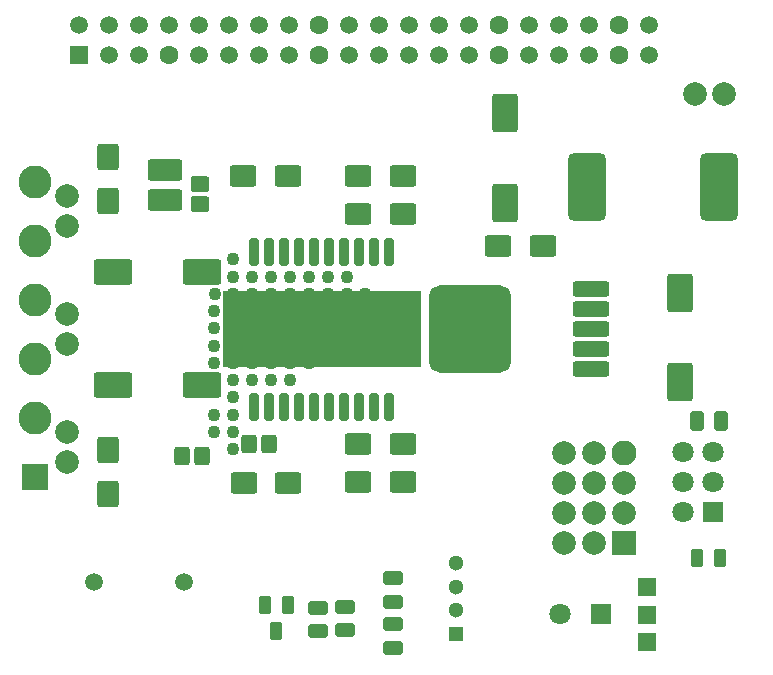
<source format=gts>
G04 Layer_Color=8388736*
%FSLAX43Y43*%
%MOMM*%
G71*
G01*
G75*
G04:AMPARAMS|DCode=57|XSize=1.1mm|YSize=1.5mm|CornerRadius=0.175mm|HoleSize=0mm|Usage=FLASHONLY|Rotation=0.000|XOffset=0mm|YOffset=0mm|HoleType=Round|Shape=RoundedRectangle|*
%AMROUNDEDRECTD57*
21,1,1.100,1.150,0,0,0.0*
21,1,0.750,1.500,0,0,0.0*
1,1,0.350,0.375,-0.575*
1,1,0.350,-0.375,-0.575*
1,1,0.350,-0.375,0.575*
1,1,0.350,0.375,0.575*
%
%ADD57ROUNDEDRECTD57*%
G04:AMPARAMS|DCode=58|XSize=1.6mm|YSize=1.6mm|CornerRadius=0.237mm|HoleSize=0mm|Usage=FLASHONLY|Rotation=180.000|XOffset=0mm|YOffset=0mm|HoleType=Round|Shape=RoundedRectangle|*
%AMROUNDEDRECTD58*
21,1,1.600,1.125,0,0,180.0*
21,1,1.125,1.600,0,0,180.0*
1,1,0.475,-0.563,0.563*
1,1,0.475,0.563,0.563*
1,1,0.475,0.563,-0.563*
1,1,0.475,-0.563,-0.563*
%
%ADD58ROUNDEDRECTD58*%
G04:AMPARAMS|DCode=59|XSize=1.63mm|YSize=1.12mm|CornerRadius=0.177mm|HoleSize=0mm|Usage=FLASHONLY|Rotation=270.000|XOffset=0mm|YOffset=0mm|HoleType=Round|Shape=RoundedRectangle|*
%AMROUNDEDRECTD59*
21,1,1.630,0.765,0,0,270.0*
21,1,1.275,1.120,0,0,270.0*
1,1,0.355,-0.383,-0.637*
1,1,0.355,-0.383,0.637*
1,1,0.355,0.383,0.637*
1,1,0.355,0.383,-0.637*
%
%ADD59ROUNDEDRECTD59*%
G04:AMPARAMS|DCode=60|XSize=1.63mm|YSize=1.12mm|CornerRadius=0.177mm|HoleSize=0mm|Usage=FLASHONLY|Rotation=180.000|XOffset=0mm|YOffset=0mm|HoleType=Round|Shape=RoundedRectangle|*
%AMROUNDEDRECTD60*
21,1,1.630,0.765,0,0,180.0*
21,1,1.275,1.120,0,0,180.0*
1,1,0.355,-0.637,0.383*
1,1,0.355,0.637,0.383*
1,1,0.355,0.637,-0.383*
1,1,0.355,-0.637,-0.383*
%
%ADD60ROUNDEDRECTD60*%
G04:AMPARAMS|DCode=61|XSize=1.86mm|YSize=2.92mm|CornerRadius=0.27mm|HoleSize=0mm|Usage=FLASHONLY|Rotation=270.000|XOffset=0mm|YOffset=0mm|HoleType=Round|Shape=RoundedRectangle|*
%AMROUNDEDRECTD61*
21,1,1.860,2.380,0,0,270.0*
21,1,1.320,2.920,0,0,270.0*
1,1,0.540,-1.190,-0.660*
1,1,0.540,-1.190,0.660*
1,1,0.540,1.190,0.660*
1,1,0.540,1.190,-0.660*
%
%ADD61ROUNDEDRECTD61*%
G04:AMPARAMS|DCode=62|XSize=2.22mm|YSize=3.3mm|CornerRadius=0.315mm|HoleSize=0mm|Usage=FLASHONLY|Rotation=180.000|XOffset=0mm|YOffset=0mm|HoleType=Round|Shape=RoundedRectangle|*
%AMROUNDEDRECTD62*
21,1,2.220,2.670,0,0,180.0*
21,1,1.590,3.300,0,0,180.0*
1,1,0.630,-0.795,1.335*
1,1,0.630,0.795,1.335*
1,1,0.630,0.795,-1.335*
1,1,0.630,-0.795,-1.335*
%
%ADD62ROUNDEDRECTD62*%
G04:AMPARAMS|DCode=63|XSize=1.31mm|YSize=1.56mm|CornerRadius=0.201mm|HoleSize=0mm|Usage=FLASHONLY|Rotation=0.000|XOffset=0mm|YOffset=0mm|HoleType=Round|Shape=RoundedRectangle|*
%AMROUNDEDRECTD63*
21,1,1.310,1.157,0,0,0.0*
21,1,0.907,1.560,0,0,0.0*
1,1,0.403,0.454,-0.579*
1,1,0.403,-0.454,-0.579*
1,1,0.403,-0.454,0.579*
1,1,0.403,0.454,0.579*
%
%ADD63ROUNDEDRECTD63*%
G04:AMPARAMS|DCode=64|XSize=1.84mm|YSize=2.27mm|CornerRadius=0.268mm|HoleSize=0mm|Usage=FLASHONLY|Rotation=270.000|XOffset=0mm|YOffset=0mm|HoleType=Round|Shape=RoundedRectangle|*
%AMROUNDEDRECTD64*
21,1,1.840,1.735,0,0,270.0*
21,1,1.305,2.270,0,0,270.0*
1,1,0.535,-0.868,-0.652*
1,1,0.535,-0.868,0.652*
1,1,0.535,0.868,0.652*
1,1,0.535,0.868,-0.652*
%
%ADD64ROUNDEDRECTD64*%
G04:AMPARAMS|DCode=65|XSize=2.22mm|YSize=3.3mm|CornerRadius=0.315mm|HoleSize=0mm|Usage=FLASHONLY|Rotation=90.000|XOffset=0mm|YOffset=0mm|HoleType=Round|Shape=RoundedRectangle|*
%AMROUNDEDRECTD65*
21,1,2.220,2.670,0,0,90.0*
21,1,1.590,3.300,0,0,90.0*
1,1,0.630,1.335,0.795*
1,1,0.630,1.335,-0.795*
1,1,0.630,-1.335,-0.795*
1,1,0.630,-1.335,0.795*
%
%ADD65ROUNDEDRECTD65*%
G04:AMPARAMS|DCode=66|XSize=1.31mm|YSize=1.56mm|CornerRadius=0.201mm|HoleSize=0mm|Usage=FLASHONLY|Rotation=270.000|XOffset=0mm|YOffset=0mm|HoleType=Round|Shape=RoundedRectangle|*
%AMROUNDEDRECTD66*
21,1,1.310,1.157,0,0,270.0*
21,1,0.907,1.560,0,0,270.0*
1,1,0.403,-0.579,-0.454*
1,1,0.403,-0.579,0.454*
1,1,0.403,0.579,0.454*
1,1,0.403,0.579,-0.454*
%
%ADD66ROUNDEDRECTD66*%
G04:AMPARAMS|DCode=67|XSize=1.01mm|YSize=1.56mm|CornerRadius=0.164mm|HoleSize=0mm|Usage=FLASHONLY|Rotation=180.000|XOffset=0mm|YOffset=0mm|HoleType=Round|Shape=RoundedRectangle|*
%AMROUNDEDRECTD67*
21,1,1.010,1.232,0,0,180.0*
21,1,0.683,1.560,0,0,180.0*
1,1,0.328,-0.341,0.616*
1,1,0.328,0.341,0.616*
1,1,0.328,0.341,-0.616*
1,1,0.328,-0.341,-0.616*
%
%ADD67ROUNDEDRECTD67*%
G04:AMPARAMS|DCode=68|XSize=1.29mm|YSize=3.06mm|CornerRadius=0.199mm|HoleSize=0mm|Usage=FLASHONLY|Rotation=90.000|XOffset=0mm|YOffset=0mm|HoleType=Round|Shape=RoundedRectangle|*
%AMROUNDEDRECTD68*
21,1,1.290,2.663,0,0,90.0*
21,1,0.892,3.060,0,0,90.0*
1,1,0.398,1.331,0.446*
1,1,0.398,1.331,-0.446*
1,1,0.398,-1.331,-0.446*
1,1,0.398,-1.331,0.446*
%
%ADD68ROUNDEDRECTD68*%
G04:AMPARAMS|DCode=69|XSize=7.38mm|YSize=6.94mm|CornerRadius=0.905mm|HoleSize=0mm|Usage=FLASHONLY|Rotation=270.000|XOffset=0mm|YOffset=0mm|HoleType=Round|Shape=RoundedRectangle|*
%AMROUNDEDRECTD69*
21,1,7.380,5.130,0,0,270.0*
21,1,5.570,6.940,0,0,270.0*
1,1,1.810,-2.565,-2.785*
1,1,1.810,-2.565,2.785*
1,1,1.810,2.565,2.785*
1,1,1.810,2.565,-2.785*
%
%ADD69ROUNDEDRECTD69*%
G04:AMPARAMS|DCode=70|XSize=0.81mm|YSize=2.29mm|CornerRadius=0.139mm|HoleSize=0mm|Usage=FLASHONLY|Rotation=0.000|XOffset=0mm|YOffset=0mm|HoleType=Round|Shape=RoundedRectangle|*
%AMROUNDEDRECTD70*
21,1,0.810,2.013,0,0,0.0*
21,1,0.532,2.290,0,0,0.0*
1,1,0.278,0.266,-1.006*
1,1,0.278,-0.266,-1.006*
1,1,0.278,-0.266,1.006*
1,1,0.278,0.266,1.006*
%
%ADD70ROUNDEDRECTD70*%
%ADD71R,16.750X6.450*%
G04:AMPARAMS|DCode=72|XSize=1.84mm|YSize=2.27mm|CornerRadius=0.268mm|HoleSize=0mm|Usage=FLASHONLY|Rotation=0.000|XOffset=0mm|YOffset=0mm|HoleType=Round|Shape=RoundedRectangle|*
%AMROUNDEDRECTD72*
21,1,1.840,1.735,0,0,0.0*
21,1,1.305,2.270,0,0,0.0*
1,1,0.535,0.652,-0.868*
1,1,0.535,-0.652,-0.868*
1,1,0.535,-0.652,0.868*
1,1,0.535,0.652,0.868*
%
%ADD72ROUNDEDRECTD72*%
G04:AMPARAMS|DCode=73|XSize=3.2mm|YSize=5.7mm|CornerRadius=0.438mm|HoleSize=0mm|Usage=FLASHONLY|Rotation=0.000|XOffset=0mm|YOffset=0mm|HoleType=Round|Shape=RoundedRectangle|*
%AMROUNDEDRECTD73*
21,1,3.200,4.825,0,0,0.0*
21,1,2.325,5.700,0,0,0.0*
1,1,0.875,1.163,-2.413*
1,1,0.875,-1.163,-2.413*
1,1,0.875,-1.163,2.413*
1,1,0.875,1.163,2.413*
%
%ADD73ROUNDEDRECTD73*%
%ADD74C,2.000*%
%ADD75C,1.800*%
%ADD76R,1.800X1.800*%
%ADD77R,1.800X1.800*%
%ADD78C,0.100*%
%ADD79C,1.500*%
%ADD80C,1.603*%
%ADD81R,1.500X1.500*%
%ADD82C,2.103*%
%ADD83R,2.000X2.000*%
%ADD84C,2.800*%
%ADD85R,2.300X2.300*%
%ADD86C,1.300*%
%ADD87R,1.300X1.300*%
%ADD88C,1.100*%
D57*
X25040Y2425D02*
D03*
X24090Y4625D02*
D03*
X25990Y4625D02*
D03*
D58*
X56400Y1546D02*
D03*
X56400Y6146D02*
D03*
X56400Y3846D02*
D03*
D59*
X62657Y20257D02*
D03*
X60643Y20257D02*
D03*
D60*
X28535Y4432D02*
D03*
Y2418D02*
D03*
X30884Y4508D02*
D03*
Y2493D02*
D03*
X34938Y4892D02*
D03*
X34939Y6907D02*
D03*
X34938Y987D02*
D03*
X34939Y3002D02*
D03*
D61*
X15600Y38901D02*
D03*
Y41491D02*
D03*
D62*
X59250Y23520D02*
D03*
X59250Y31080D02*
D03*
X44425Y46280D02*
D03*
X44425Y38720D02*
D03*
D63*
X24420Y18300D02*
D03*
X22730Y18300D02*
D03*
X17019Y17300D02*
D03*
X18709Y17300D02*
D03*
D64*
X47580Y35039D02*
D03*
X43820Y35039D02*
D03*
X31970Y18275D02*
D03*
X35730Y18275D02*
D03*
X35735Y15025D02*
D03*
X31975D02*
D03*
X26005Y40940D02*
D03*
X22245Y40940D02*
D03*
X31980Y37740D02*
D03*
X35740Y37740D02*
D03*
X35740Y40940D02*
D03*
X31980Y40940D02*
D03*
X22270Y15000D02*
D03*
X26030Y15000D02*
D03*
D65*
X11170Y23300D02*
D03*
X18730Y23300D02*
D03*
X11170Y32850D02*
D03*
X18730Y32850D02*
D03*
D66*
X18600Y38566D02*
D03*
Y40256D02*
D03*
D67*
X60625Y8600D02*
D03*
X62575D02*
D03*
D68*
X51715Y28000D02*
D03*
X51715Y29700D02*
D03*
Y31400D02*
D03*
X51715Y26300D02*
D03*
X51715Y24600D02*
D03*
D69*
X41400Y28000D02*
D03*
D70*
X23185Y21450D02*
D03*
X24455D02*
D03*
X25725D02*
D03*
X26995D02*
D03*
X28265D02*
D03*
X29535D02*
D03*
X30805D02*
D03*
X32075D02*
D03*
X33345D02*
D03*
X34615D02*
D03*
X23185Y34550D02*
D03*
X24455D02*
D03*
X25725D02*
D03*
X26995D02*
D03*
X28265D02*
D03*
X29535D02*
D03*
X30805D02*
D03*
X32075D02*
D03*
X33345D02*
D03*
X34615D02*
D03*
D71*
X28900Y28000D02*
D03*
D72*
X10785Y17780D02*
D03*
Y14020D02*
D03*
Y38830D02*
D03*
Y42590D02*
D03*
D73*
X62480Y40025D02*
D03*
X51380Y40025D02*
D03*
D74*
X60480Y47925D02*
D03*
X62980Y47925D02*
D03*
X54500Y12468D02*
D03*
X54500Y15008D02*
D03*
X51960Y17548D02*
D03*
X51960Y15008D02*
D03*
Y12468D02*
D03*
X51960Y9928D02*
D03*
X49420Y9928D02*
D03*
X49420Y12468D02*
D03*
X49420Y15008D02*
D03*
X49420Y17548D02*
D03*
X7272Y39250D02*
D03*
Y36750D02*
D03*
X7272Y19270D02*
D03*
X7272Y16770D02*
D03*
X7272Y29250D02*
D03*
X7272Y26750D02*
D03*
D75*
X59460Y12488D02*
D03*
X59460Y15028D02*
D03*
X59460Y17568D02*
D03*
X62000Y17568D02*
D03*
X62000Y15028D02*
D03*
X49050Y3896D02*
D03*
D76*
X62000Y12488D02*
D03*
D77*
X52550Y3896D02*
D03*
D78*
X3500Y3500D02*
D03*
X61500D02*
D03*
Y52500D02*
D03*
D79*
X51471Y53753D02*
D03*
X48931Y53753D02*
D03*
X56551D02*
D03*
X56551Y51213D02*
D03*
X48931Y51213D02*
D03*
X51471Y51213D02*
D03*
X18451Y51213D02*
D03*
X10831Y51213D02*
D03*
X13371Y51213D02*
D03*
X20991D02*
D03*
X36231Y51213D02*
D03*
X33691Y51213D02*
D03*
X26071D02*
D03*
X23531Y51213D02*
D03*
X31151Y51213D02*
D03*
X41311Y51213D02*
D03*
X38771Y51213D02*
D03*
X46391Y51213D02*
D03*
X15911Y53753D02*
D03*
X13371D02*
D03*
X10831D02*
D03*
X8291Y53753D02*
D03*
X46391Y53753D02*
D03*
X38771D02*
D03*
X41311Y53753D02*
D03*
X31151Y53753D02*
D03*
X23531Y53753D02*
D03*
X26071Y53753D02*
D03*
X33691Y53753D02*
D03*
X36231Y53753D02*
D03*
X20991Y53753D02*
D03*
X18451D02*
D03*
X17200Y6600D02*
D03*
X9600Y6600D02*
D03*
D80*
X54011Y53753D02*
D03*
X54011Y51213D02*
D03*
X15911Y51213D02*
D03*
X28611Y51213D02*
D03*
X43851Y51213D02*
D03*
X43851Y53753D02*
D03*
X28611Y53753D02*
D03*
D81*
X8291Y51213D02*
D03*
D82*
X54500Y17548D02*
D03*
D83*
X54500Y9928D02*
D03*
D84*
X4600Y40500D02*
D03*
Y30500D02*
D03*
X4600Y20500D02*
D03*
X4600Y25500D02*
D03*
X4600Y35500D02*
D03*
D85*
X4600Y15500D02*
D03*
D86*
X40257Y8194D02*
D03*
X40257Y6194D02*
D03*
X40257Y4194D02*
D03*
D87*
X40257Y2194D02*
D03*
D88*
X21403Y32457D02*
D03*
X21400Y30996D02*
D03*
X21397Y29535D02*
D03*
X21395Y28074D02*
D03*
X21392Y26613D02*
D03*
X21390Y25152D02*
D03*
X21387Y23691D02*
D03*
X21385Y22230D02*
D03*
X21382Y20769D02*
D03*
X21380Y19308D02*
D03*
X22990Y26613D02*
D03*
X22992Y28074D02*
D03*
X22995Y29535D02*
D03*
X22997Y30996D02*
D03*
X23000Y32457D02*
D03*
X24597D02*
D03*
X24595Y30996D02*
D03*
X24592Y29535D02*
D03*
X26195Y32457D02*
D03*
X26192Y30996D02*
D03*
X26190Y29535D02*
D03*
X27792Y32457D02*
D03*
X27790Y30996D02*
D03*
X22987Y25152D02*
D03*
X24590Y28074D02*
D03*
X24587Y26613D02*
D03*
X19792Y25152D02*
D03*
X19795Y26613D02*
D03*
X19798Y28074D02*
D03*
X19800Y29535D02*
D03*
X19803Y30996D02*
D03*
X29390Y32457D02*
D03*
X29387Y30996D02*
D03*
X27787Y29535D02*
D03*
X26187Y28074D02*
D03*
X22985Y23691D02*
D03*
X19782Y19308D02*
D03*
X19785Y20769D02*
D03*
X21405Y33918D02*
D03*
X21377Y17847D02*
D03*
X24585Y25152D02*
D03*
X24582Y23691D02*
D03*
X26185Y26613D02*
D03*
X26182Y25152D02*
D03*
X26180Y23691D02*
D03*
X27785Y28074D02*
D03*
X27782Y26613D02*
D03*
X27780Y25152D02*
D03*
X29385Y29535D02*
D03*
X29382Y28074D02*
D03*
X29380Y26613D02*
D03*
X30987Y32457D02*
D03*
X30985Y30996D02*
D03*
X30982Y29535D02*
D03*
X30980Y28074D02*
D03*
X32582Y30996D02*
D03*
X32580Y29535D02*
D03*
M02*

</source>
